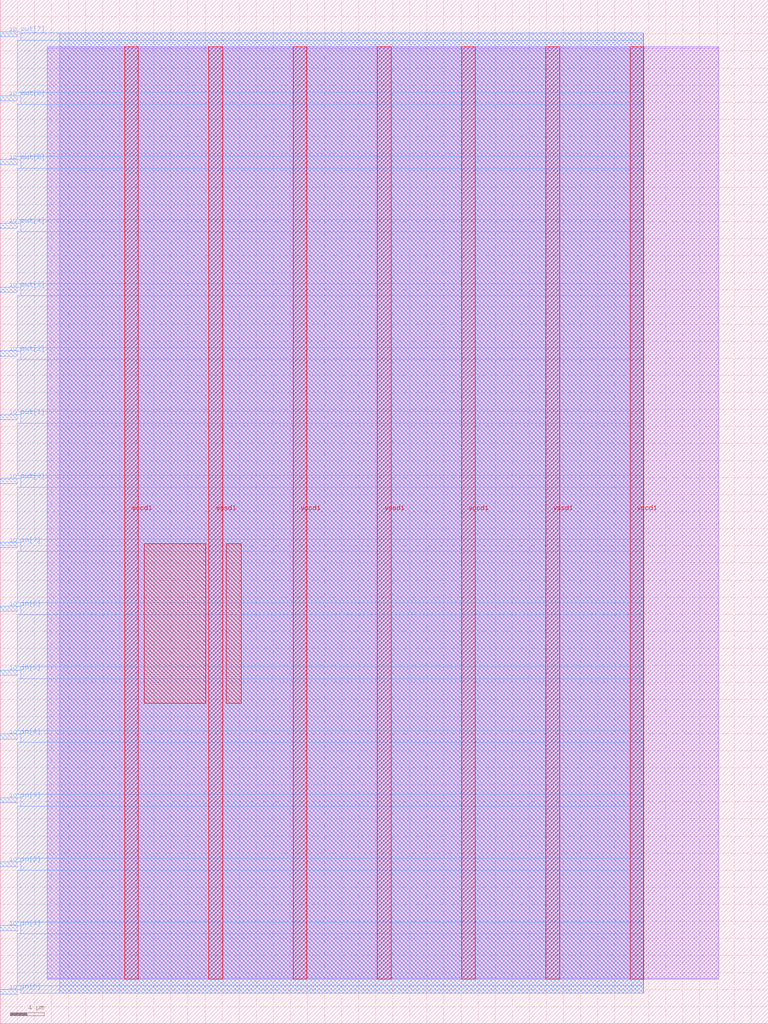
<source format=lef>
VERSION 5.7 ;
  NOWIREEXTENSIONATPIN ON ;
  DIVIDERCHAR "/" ;
  BUSBITCHARS "[]" ;
MACRO user_module_347787021138264660
  CLASS BLOCK ;
  FOREIGN user_module_347787021138264660 ;
  ORIGIN 0.000 0.000 ;
  SIZE 90.000 BY 120.000 ;
  PIN io_in[0]
    DIRECTION INPUT ;
    USE SIGNAL ;
    PORT
      LAYER met3 ;
        RECT 0.000 3.440 2.000 4.040 ;
    END
  END io_in[0]
  PIN io_in[1]
    DIRECTION INPUT ;
    USE SIGNAL ;
    PORT
      LAYER met3 ;
        RECT 0.000 10.920 2.000 11.520 ;
    END
  END io_in[1]
  PIN io_in[2]
    DIRECTION INPUT ;
    USE SIGNAL ;
    PORT
      LAYER met3 ;
        RECT 0.000 18.400 2.000 19.000 ;
    END
  END io_in[2]
  PIN io_in[3]
    DIRECTION INPUT ;
    USE SIGNAL ;
    PORT
      LAYER met3 ;
        RECT 0.000 25.880 2.000 26.480 ;
    END
  END io_in[3]
  PIN io_in[4]
    DIRECTION INPUT ;
    USE SIGNAL ;
    PORT
      LAYER met3 ;
        RECT 0.000 33.360 2.000 33.960 ;
    END
  END io_in[4]
  PIN io_in[5]
    DIRECTION INPUT ;
    USE SIGNAL ;
    PORT
      LAYER met3 ;
        RECT 0.000 40.840 2.000 41.440 ;
    END
  END io_in[5]
  PIN io_in[6]
    DIRECTION INPUT ;
    USE SIGNAL ;
    PORT
      LAYER met3 ;
        RECT 0.000 48.320 2.000 48.920 ;
    END
  END io_in[6]
  PIN io_in[7]
    DIRECTION INPUT ;
    USE SIGNAL ;
    PORT
      LAYER met3 ;
        RECT 0.000 55.800 2.000 56.400 ;
    END
  END io_in[7]
  PIN io_out[0]
    DIRECTION OUTPUT TRISTATE ;
    USE SIGNAL ;
    PORT
      LAYER met3 ;
        RECT 0.000 63.280 2.000 63.880 ;
    END
  END io_out[0]
  PIN io_out[1]
    DIRECTION OUTPUT TRISTATE ;
    USE SIGNAL ;
    PORT
      LAYER met3 ;
        RECT 0.000 70.760 2.000 71.360 ;
    END
  END io_out[1]
  PIN io_out[2]
    DIRECTION OUTPUT TRISTATE ;
    USE SIGNAL ;
    PORT
      LAYER met3 ;
        RECT 0.000 78.240 2.000 78.840 ;
    END
  END io_out[2]
  PIN io_out[3]
    DIRECTION OUTPUT TRISTATE ;
    USE SIGNAL ;
    PORT
      LAYER met3 ;
        RECT 0.000 85.720 2.000 86.320 ;
    END
  END io_out[3]
  PIN io_out[4]
    DIRECTION OUTPUT TRISTATE ;
    USE SIGNAL ;
    PORT
      LAYER met3 ;
        RECT 0.000 93.200 2.000 93.800 ;
    END
  END io_out[4]
  PIN io_out[5]
    DIRECTION OUTPUT TRISTATE ;
    USE SIGNAL ;
    PORT
      LAYER met3 ;
        RECT 0.000 100.680 2.000 101.280 ;
    END
  END io_out[5]
  PIN io_out[6]
    DIRECTION OUTPUT TRISTATE ;
    USE SIGNAL ;
    PORT
      LAYER met3 ;
        RECT 0.000 108.160 2.000 108.760 ;
    END
  END io_out[6]
  PIN io_out[7]
    DIRECTION OUTPUT TRISTATE ;
    USE SIGNAL ;
    PORT
      LAYER met3 ;
        RECT 0.000 115.640 2.000 116.240 ;
    END
  END io_out[7]
  PIN vccd1
    DIRECTION INOUT ;
    USE POWER ;
    PORT
      LAYER met4 ;
        RECT 14.590 5.200 16.190 114.480 ;
    END
    PORT
      LAYER met4 ;
        RECT 34.330 5.200 35.930 114.480 ;
    END
    PORT
      LAYER met4 ;
        RECT 54.070 5.200 55.670 114.480 ;
    END
    PORT
      LAYER met4 ;
        RECT 73.810 5.200 75.410 114.480 ;
    END
  END vccd1
  PIN vssd1
    DIRECTION INOUT ;
    USE GROUND ;
    PORT
      LAYER met4 ;
        RECT 24.460 5.200 26.060 114.480 ;
    END
    PORT
      LAYER met4 ;
        RECT 44.200 5.200 45.800 114.480 ;
    END
    PORT
      LAYER met4 ;
        RECT 63.940 5.200 65.540 114.480 ;
    END
  END vssd1
  OBS
      LAYER li1 ;
        RECT 5.520 5.355 84.180 114.325 ;
      LAYER met1 ;
        RECT 5.520 5.200 84.180 114.480 ;
      LAYER met2 ;
        RECT 6.990 3.555 75.380 116.125 ;
      LAYER met3 ;
        RECT 2.400 115.240 75.400 116.105 ;
        RECT 2.000 109.160 75.400 115.240 ;
        RECT 2.400 107.760 75.400 109.160 ;
        RECT 2.000 101.680 75.400 107.760 ;
        RECT 2.400 100.280 75.400 101.680 ;
        RECT 2.000 94.200 75.400 100.280 ;
        RECT 2.400 92.800 75.400 94.200 ;
        RECT 2.000 86.720 75.400 92.800 ;
        RECT 2.400 85.320 75.400 86.720 ;
        RECT 2.000 79.240 75.400 85.320 ;
        RECT 2.400 77.840 75.400 79.240 ;
        RECT 2.000 71.760 75.400 77.840 ;
        RECT 2.400 70.360 75.400 71.760 ;
        RECT 2.000 64.280 75.400 70.360 ;
        RECT 2.400 62.880 75.400 64.280 ;
        RECT 2.000 56.800 75.400 62.880 ;
        RECT 2.400 55.400 75.400 56.800 ;
        RECT 2.000 49.320 75.400 55.400 ;
        RECT 2.400 47.920 75.400 49.320 ;
        RECT 2.000 41.840 75.400 47.920 ;
        RECT 2.400 40.440 75.400 41.840 ;
        RECT 2.000 34.360 75.400 40.440 ;
        RECT 2.400 32.960 75.400 34.360 ;
        RECT 2.000 26.880 75.400 32.960 ;
        RECT 2.400 25.480 75.400 26.880 ;
        RECT 2.000 19.400 75.400 25.480 ;
        RECT 2.400 18.000 75.400 19.400 ;
        RECT 2.000 11.920 75.400 18.000 ;
        RECT 2.400 10.520 75.400 11.920 ;
        RECT 2.000 4.440 75.400 10.520 ;
        RECT 2.400 3.575 75.400 4.440 ;
      LAYER met4 ;
        RECT 16.855 37.575 24.060 56.265 ;
        RECT 26.460 37.575 28.225 56.265 ;
  END
END user_module_347787021138264660
END LIBRARY


</source>
